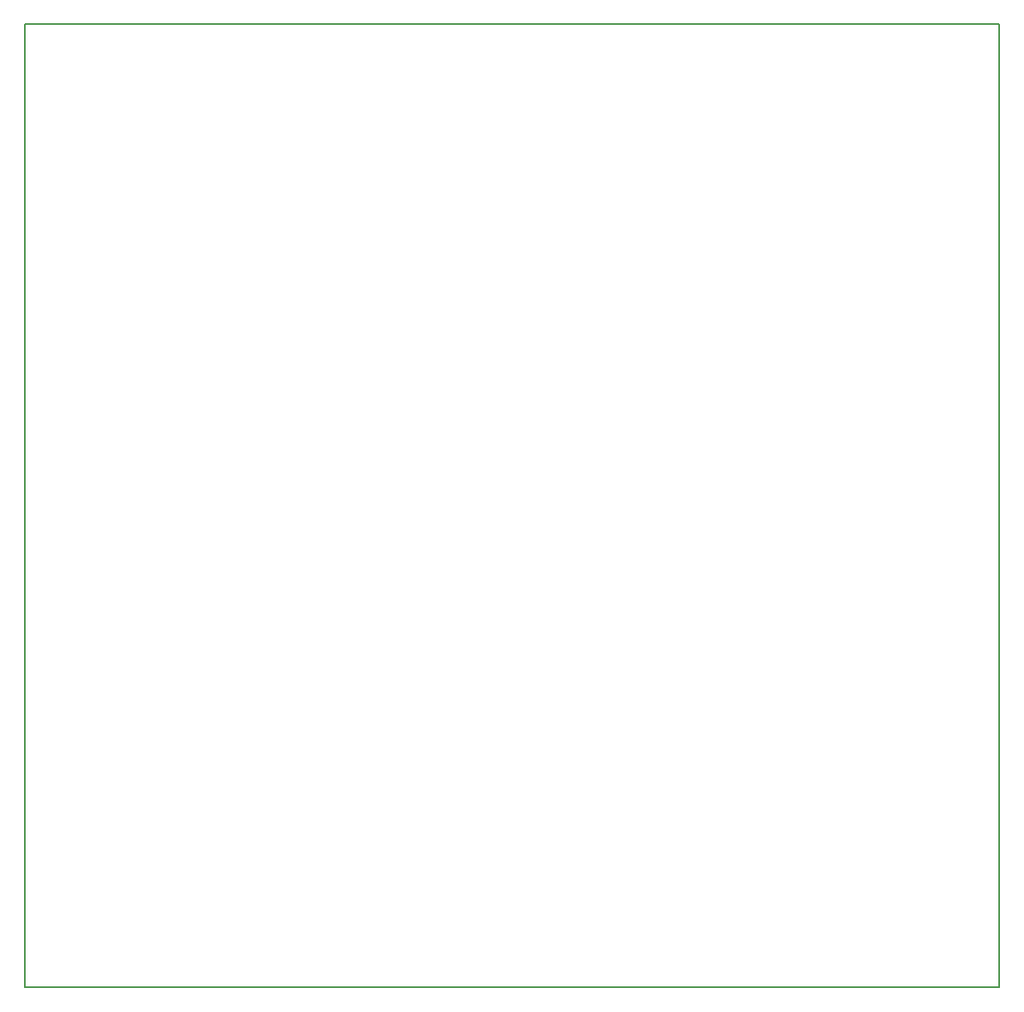
<source format=gbr>
%TF.GenerationSoftware,KiCad,Pcbnew,8.0.3*%
%TF.CreationDate,2024-11-29T12:56:50+10:00*%
%TF.ProjectId,Right Console Output,52696768-7420-4436-9f6e-736f6c65204f,rev?*%
%TF.SameCoordinates,Original*%
%TF.FileFunction,Profile,NP*%
%FSLAX46Y46*%
G04 Gerber Fmt 4.6, Leading zero omitted, Abs format (unit mm)*
G04 Created by KiCad (PCBNEW 8.0.3) date 2024-11-29 12:56:50*
%MOMM*%
%LPD*%
G01*
G04 APERTURE LIST*
%TA.AperFunction,Profile*%
%ADD10C,0.150000*%
%TD*%
G04 APERTURE END LIST*
D10*
X214010000Y-36500000D02*
X114490000Y-36500000D01*
X114490000Y-134925000D01*
X214010000Y-134925000D01*
X214010000Y-36500000D01*
M02*

</source>
